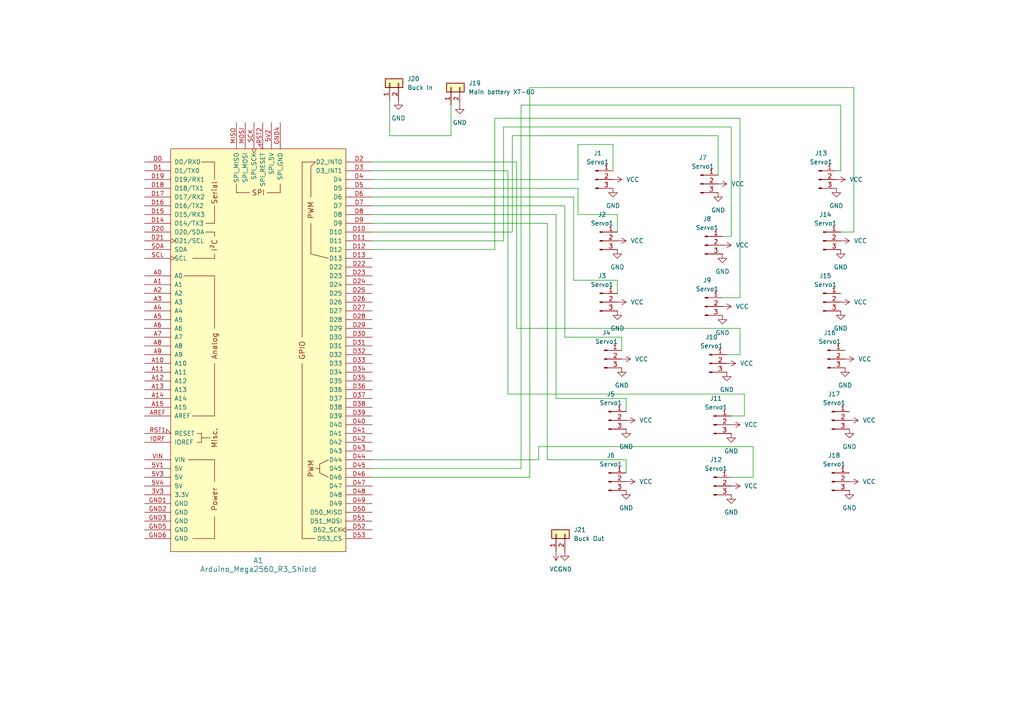
<source format=kicad_sch>
(kicad_sch (version 20230121) (generator eeschema)
  (paper "A4")
  (lib_symbols
    (symbol "Connector:Conn_01x03_Pin" (pin_names (offset 1.016) hide)
      (property "Reference" "J" (at 0 5.08 0))
      (property "Value" "Conn_01x03_Pin" (at 0 -5.08 0))
      (symbol "Conn_01x03_Pin_1_1"
        (polyline (pts (xy 1.27 -2.54) (xy 0.8636 -2.54)) (stroke (width 0.1524)))
        (polyline (pts (xy 1.27 0) (xy 0.8636 0)) (stroke (width 0.1524)))
        (polyline (pts (xy 1.27 2.54) (xy 0.8636 2.54)) (stroke (width 0.1524)))
        (rectangle (start 0.8636 -2.413) (end 0 -2.667) (stroke (width 0.1524)) (fill (type outline)))
        (rectangle (start 0.8636 0.127) (end 0 -0.127) (stroke (width 0.1524)) (fill (type outline)))
        (rectangle (start 0.8636 2.667) (end 0 2.413) (stroke (width 0.1524)) (fill (type outline)))
        (pin passive line (at 5.08 2.54 180) (length 3.81) (name "Pin_1") (number "1"))
        (pin passive line (at 5.08 0 180) (length 3.81) (name "Pin_2") (number "2"))
        (pin passive line (at 5.08 -2.54 180) (length 3.81) (name "Pin_3") (number "3"))
      )
    )
    (symbol "Connector_Generic:Conn_01x02" (pin_names (offset 1.016) hide)
      (property "Reference" "J" (at 0 2.54 0))
      (property "Value" "Conn_01x02" (at 0 -5.08 0))
      (symbol "Conn_01x02_1_1"
        (rectangle (start -1.27 -2.413) (end 0 -2.667) (stroke (width 0.1524)))
        (rectangle (start -1.27 0.127) (end 0 -0.127) (stroke (width 0.1524)))
        (rectangle (start -1.27 1.27) (end 1.27 -3.81) (stroke (width 0.254)) (fill (type background)))
        (pin passive line (at -5.08 0 0) (length 3.81) (name "Pin_1") (number "1"))
        (pin passive line (at -5.08 -2.54 0) (length 3.81) (name "Pin_2") (number "2"))
      )
    )
    (symbol "PCM_arduino-library:Arduino_Mega2560_R3_Shield" (pin_names (offset 1.016))
      (property "Reference" "A" (at 0 -62.23 0))
      (property "Value" "Arduino_Mega2560_R3_Shield" (at 0 -66.04 0))
      (symbol "Arduino_Mega2560_R3_Shield_0_0"
        (rectangle (start -25.4 -58.42) (end 25.4 58.42) (fill (type background)))
        (rectangle (start -20.32 -31.75) (end -12.7 -31.75))
        (rectangle (start -19.05 -54.61) (end -12.7 -54.61))
        (rectangle (start -19.05 -19.05) (end -12.7 -19.05))
        (rectangle (start -19.05 26.67) (end -12.7 26.67))
        (rectangle (start -17.78 -26.67) (end -16.51 -26.67))
        (rectangle (start -17.78 -24.13) (end -16.51 -24.13))
        (rectangle (start -16.51 -25.4) (end -13.97 -25.4))
        (rectangle (start -16.51 -24.13) (end -16.51 -26.67))
        (rectangle (start -16.51 54.61) (end -12.7 54.61))
        (rectangle (start -15.24 34.29) (end -12.7 34.29))
        (rectangle (start -15.24 36.83) (end -12.7 36.83))
        (rectangle (start -12.7 -54.61) (end -12.7 -48.26))
        (rectangle (start -12.7 -31.75) (end -12.7 -38.1))
        (rectangle (start -12.7 26.67) (end -12.7 27.94))
        (rectangle (start -12.7 34.29) (end -12.7 33.02))
        (rectangle (start -12.7 41.91) (end -12.7 36.83))
        (rectangle (start -12.7 49.53) (end -12.7 54.61))
        (rectangle (start -6.35 48.26) (end -6.35 45.72))
        (rectangle (start -2.54 45.72) (end -6.35 45.72))
        (polyline (pts (xy -21.59 21.59) (xy -12.7 21.59)))
        (polyline (pts (xy -12.7 -19.05) (xy -12.7 -3.81)))
        (polyline (pts (xy -12.7 6.35) (xy -12.7 21.59)))
        (polyline (pts (xy 12.7 -54.61) (xy 16.51 -54.61)))
        (polyline (pts (xy 12.7 54.61) (xy 16.51 54.61)))
        (polyline (pts (xy 17.78 -34.29) (xy 16.51 -34.29)))
        (polyline (pts (xy 15.24 36.83) (xy 15.24 27.94) (xy 20.32 26.67)))
        (polyline (pts (xy 15.24 44.45) (xy 15.24 53.34) (xy 16.51 54.61)))
        (polyline (pts (xy 20.32 -31.75) (xy 17.78 -33.02) (xy 17.78 -35.56) (xy 20.32 -36.83)))
        (rectangle (start 6.35 45.72) (end 2.54 45.72))
        (rectangle (start 6.35 48.26) (end 6.35 45.72))
        (text "Analog" (at -12.7 1.27 900) (effects (font (size 1.524 1.524))))
        (text "I²C" (at -12.7 30.48 900) (effects (font (size 1.524 1.524))))
        (text "Misc." (at -12.7 -25.4 900) (effects (font (size 1.524 1.524))))
        (text "Power" (at -12.7 -43.18 900) (effects (font (size 1.524 1.524))))
        (text "PWM" (at 15.24 -34.29 900) (effects (font (size 1.524 1.524))))
        (text "PWM" (at 15.24 40.64 900) (effects (font (size 1.524 1.524))))
        (text "Serial" (at -12.7 45.72 900) (effects (font (size 1.524 1.524))))
        (text "SPI" (at 0 45.72 0) (effects (font (size 1.524 1.524))))
      )
      (symbol "Arduino_Mega2560_R3_Shield_1_0"
        (rectangle (start 12.7 -54.61) (end 12.7 -3.81))
        (rectangle (start 12.7 54.61) (end 12.7 3.81))
        (text "GPIO" (at 12.7 0 900) (effects (font (size 1.524 1.524))))
      )
      (symbol "Arduino_Mega2560_R3_Shield_1_1"
        (pin power_out line (at -33.02 -41.91 0) (length 7.62) (name "3.3V") (number "3V3"))
        (pin power_in line (at -33.02 -34.29 0) (length 7.62) (name "5V") (number "5V1"))
        (pin power_in line (at 3.81 66.04 270) (length 7.62) (name "SPI_5V") (number "5V2"))
        (pin power_in line (at -33.02 -36.83 0) (length 7.62) (name "5V") (number "5V3"))
        (pin power_in line (at -33.02 -39.37 0) (length 7.62) (name "5V") (number "5V4"))
        (pin bidirectional line (at -33.02 21.59 0) (length 7.62) (name "A0") (number "A0"))
        (pin bidirectional line (at -33.02 19.05 0) (length 7.62) (name "A1") (number "A1"))
        (pin bidirectional line (at -33.02 -3.81 0) (length 7.62) (name "A10") (number "A10"))
        (pin bidirectional line (at -33.02 -6.35 0) (length 7.62) (name "A11") (number "A11"))
        (pin bidirectional line (at -33.02 -8.89 0) (length 7.62) (name "A12") (number "A12"))
        (pin bidirectional line (at -33.02 -11.43 0) (length 7.62) (name "A13") (number "A13"))
        (pin bidirectional line (at -33.02 -13.97 0) (length 7.62) (name "A14") (number "A14"))
        (pin bidirectional line (at -33.02 -16.51 0) (length 7.62) (name "A15") (number "A15"))
        (pin bidirectional line (at -33.02 16.51 0) (length 7.62) (name "A2") (number "A2"))
        (pin bidirectional line (at -33.02 13.97 0) (length 7.62) (name "A3") (number "A3"))
        (pin bidirectional line (at -33.02 11.43 0) (length 7.62) (name "A4") (number "A4"))
        (pin bidirectional line (at -33.02 8.89 0) (length 7.62) (name "A5") (number "A5"))
        (pin bidirectional line (at -33.02 6.35 0) (length 7.62) (name "A6") (number "A6"))
        (pin bidirectional line (at -33.02 3.81 0) (length 7.62) (name "A7") (number "A7"))
        (pin bidirectional line (at -33.02 1.27 0) (length 7.62) (name "A8") (number "A8"))
        (pin bidirectional line (at -33.02 -1.27 0) (length 7.62) (name "A9") (number "A9"))
        (pin input line (at -33.02 -19.05 0) (length 7.62) (name "AREF") (number "AREF"))
        (pin bidirectional line (at -33.02 54.61 0) (length 7.62) (name "D0/RX0") (number "D0"))
        (pin bidirectional line (at -33.02 52.07 0) (length 7.62) (name "D1/TX0") (number "D1"))
        (pin bidirectional line (at 33.02 34.29 180) (length 7.62) (name "D10") (number "D10"))
        (pin bidirectional line (at 33.02 31.75 180) (length 7.62) (name "D11") (number "D11"))
        (pin bidirectional line (at 33.02 29.21 180) (length 7.62) (name "D12") (number "D12"))
        (pin bidirectional line (at 33.02 26.67 180) (length 7.62) (name "D13") (number "D13"))
        (pin bidirectional line (at -33.02 36.83 0) (length 7.62) (name "D14/TX3") (number "D14"))
        (pin bidirectional line (at -33.02 39.37 0) (length 7.62) (name "D15/RX3") (number "D15"))
        (pin bidirectional line (at -33.02 41.91 0) (length 7.62) (name "D16/TX2") (number "D16"))
        (pin bidirectional line (at -33.02 44.45 0) (length 7.62) (name "D17/RX2") (number "D17"))
        (pin bidirectional line (at -33.02 46.99 0) (length 7.62) (name "D18/TX1") (number "D18"))
        (pin bidirectional line (at -33.02 49.53 0) (length 7.62) (name "D19/RX1") (number "D19"))
        (pin bidirectional line (at 33.02 54.61 180) (length 7.62) (name "D2_INT0") (number "D2"))
        (pin bidirectional line (at -33.02 34.29 0) (length 7.62) (name "D20/SDA") (number "D20"))
        (pin bidirectional clock (at -33.02 31.75 0) (length 7.62) (name "D21/SCL") (number "D21"))
        (pin bidirectional line (at 33.02 24.13 180) (length 7.62) (name "D22") (number "D22"))
        (pin bidirectional line (at 33.02 21.59 180) (length 7.62) (name "D23") (number "D23"))
        (pin bidirectional line (at 33.02 19.05 180) (length 7.62) (name "D24") (number "D24"))
        (pin bidirectional line (at 33.02 16.51 180) (length 7.62) (name "D25") (number "D25"))
        (pin bidirectional line (at 33.02 13.97 180) (length 7.62) (name "D26") (number "D26"))
        (pin bidirectional line (at 33.02 11.43 180) (length 7.62) (name "D27") (number "D27"))
        (pin bidirectional line (at 33.02 8.89 180) (length 7.62) (name "D28") (number "D28"))
        (pin bidirectional line (at 33.02 6.35 180) (length 7.62) (name "D29") (number "D29"))
        (pin bidirectional line (at 33.02 52.07 180) (length 7.62) (name "D3_INT1") (number "D3"))
        (pin bidirectional line (at 33.02 3.81 180) (length 7.62) (name "D30") (number "D30"))
        (pin bidirectional line (at 33.02 1.27 180) (length 7.62) (name "D31") (number "D31"))
        (pin bidirectional line (at 33.02 -1.27 180) (length 7.62) (name "D32") (number "D32"))
        (pin bidirectional line (at 33.02 -3.81 180) (length 7.62) (name "D33") (number "D33"))
        (pin bidirectional line (at 33.02 -6.35 180) (length 7.62) (name "D34") (number "D34"))
        (pin bidirectional line (at 33.02 -8.89 180) (length 7.62) (name "D35") (number "D35"))
        (pin bidirectional line (at 33.02 -11.43 180) (length 7.62) (name "D36") (number "D36"))
        (pin bidirectional line (at 33.02 -13.97 180) (length 7.62) (name "D37") (number "D37"))
        (pin bidirectional line (at 33.02 -16.51 180) (length 7.62) (name "D38") (number "D38"))
        (pin bidirectional line (at 33.02 -19.05 180) (length 7.62) (name "D39") (number "D39"))
        (pin bidirectional line (at 33.02 49.53 180) (length 7.62) (name "D4") (number "D4"))
        (pin bidirectional line (at 33.02 -21.59 180) (length 7.62) (name "D40") (number "D40"))
        (pin bidirectional line (at 33.02 -24.13 180) (length 7.62) (name "D41") (number "D41"))
        (pin bidirectional line (at 33.02 -26.67 180) (length 7.62) (name "D42") (number "D42"))
        (pin bidirectional line (at 33.02 -29.21 180) (length 7.62) (name "D43") (number "D43"))
        (pin bidirectional line (at 33.02 -31.75 180) (length 7.62) (name "D44") (number "D44"))
        (pin bidirectional line (at 33.02 -34.29 180) (length 7.62) (name "D45") (number "D45"))
        (pin bidirectional line (at 33.02 -36.83 180) (length 7.62) (name "D46") (number "D46"))
        (pin bidirectional line (at 33.02 -39.37 180) (length 7.62) (name "D47") (number "D47"))
        (pin bidirectional line (at 33.02 -41.91 180) (length 7.62) (name "D48") (number "D48"))
        (pin bidirectional line (at 33.02 -44.45 180) (length 7.62) (name "D49") (number "D49"))
        (pin bidirectional line (at 33.02 46.99 180) (length 7.62) (name "D5") (number "D5"))
        (pin bidirectional line (at 33.02 -46.99 180) (length 7.62) (name "D50_MISO") (number "D50"))
        (pin bidirectional line (at 33.02 -49.53 180) (length 7.62) (name "D51_MOSI") (number "D51"))
        (pin bidirectional clock (at 33.02 -52.07 180) (length 7.62) (name "D52_SCK") (number "D52"))
        (pin bidirectional line (at 33.02 -54.61 180) (length 7.62) (name "D53_CS") (number "D53"))
        (pin bidirectional line (at 33.02 44.45 180) (length 7.62) (name "D6") (number "D6"))
        (pin bidirectional line (at 33.02 41.91 180) (length 7.62) (name "D7") (number "D7"))
        (pin bidirectional line (at 33.02 39.37 180) (length 7.62) (name "D8") (number "D8"))
        (pin bidirectional line (at 33.02 36.83 180) (length 7.62) (name "D9") (number "D9"))
        (pin power_in line (at -33.02 -44.45 0) (length 7.62) (name "GND") (number "GND1"))
        (pin power_in line (at -33.02 -46.99 0) (length 7.62) (name "GND") (number "GND2"))
        (pin power_in line (at -33.02 -49.53 0) (length 7.62) (name "GND") (number "GND3"))
        (pin power_in line (at 6.35 66.04 270) (length 7.62) (name "SPI_GND") (number "GND4"))
        (pin power_in line (at -33.02 -52.07 0) (length 7.62) (name "GND") (number "GND5"))
        (pin power_in line (at -33.02 -54.61 0) (length 7.62) (name "GND") (number "GND6"))
        (pin output line (at -33.02 -26.67 0) (length 7.62) (name "IOREF") (number "IORF"))
        (pin input line (at -6.35 66.04 270) (length 7.62) (name "SPI_MISO") (number "MISO"))
        (pin output line (at -3.81 66.04 270) (length 7.62) (name "SPI_MOSI") (number "MOSI"))
        (pin open_collector input_low (at -33.02 -24.13 0) (length 7.62) (name "RESET") (number "RST1"))
        (pin open_collector input_low (at 1.27 66.04 270) (length 7.62) (name "SPI_RESET") (number "RST2"))
        (pin output clock (at -1.27 66.04 270) (length 7.62) (name "SPI_SCK") (number "SCK"))
        (pin bidirectional clock (at -33.02 26.67 0) (length 7.62) (name "SCL") (number "SCL"))
        (pin bidirectional line (at -33.02 29.21 0) (length 7.62) (name "SDA") (number "SDA"))
        (pin power_in line (at -33.02 -31.75 0) (length 7.62) (name "VIN") (number "VIN"))
      )
    )
    (symbol "power:GND" (power) (pin_names (offset 0))
      (property "Value" "GND" (at 0 -3.81 0))
      (symbol "GND_0_1"
        (polyline (pts (xy 0 0) (xy 0 -1.27) (xy 1.27 -1.27) (xy 0 -2.54) (xy -1.27 -1.27) (xy 0 -1.27)))
      )
      (symbol "GND_1_1"
        (pin power_in line (at 0 0 270) (length 0) hide (name "GND") (number "1"))
      )
    )
    (symbol "power:VCC" (power) (pin_names (offset 0))
      (property "Value" "VCC" (at 0 3.81 0))
      (symbol "VCC_0_1"
        (polyline (pts (xy -0.762 1.27) (xy 0 2.54)))
        (polyline (pts (xy 0 0) (xy 0 2.54)))
        (polyline (pts (xy 0 2.54) (xy 0.762 1.27)))
      )
      (symbol "VCC_1_1"
        (pin power_in line (at 0 0 90) (length 0) hide (name "VCC") (number "1"))
      )
    )
  )
  (wire (pts (xy 166.37 81.28) (xy 179.07 81.28)))
  (wire (pts (xy 214.63 86.36) (xy 209.55 86.36)))
  (wire (pts (xy 146.05 69.85) (xy 146.05 36.83)))
  (wire (pts (xy 153.67 25.4) (xy 247.65 25.4)))
  (wire (pts (xy 158.75 64.77) (xy 158.75 133.35)))
  (wire (pts (xy 107.95 138.43) (xy 153.67 138.43)))
  (wire (pts (xy 113.03 29.21) (xy 113.03 39.37)))
  (wire (pts (xy 151.13 135.89) (xy 151.13 30.48)))
  (wire (pts (xy 167.64 52.07) (xy 167.64 41.91)))
  (wire (pts (xy 161.29 62.23) (xy 161.29 115.57)))
  (wire (pts (xy 218.44 138.43) (xy 212.09 138.43)))
  (wire (pts (xy 107.95 69.85) (xy 146.05 69.85)))
  (wire (pts (xy 208.28 39.37) (xy 208.28 50.8)))
  (wire (pts (xy 215.9 114.3) (xy 147.32 114.3)))
  (wire (pts (xy 163.83 97.79) (xy 180.34 97.79)))
  (wire (pts (xy 177.8 41.91) (xy 177.8 49.53)))
  (wire (pts (xy 153.67 138.43) (xy 153.67 25.4)))
  (wire (pts (xy 212.09 120.65) (xy 215.9 120.65)))
  (wire (pts (xy 181.61 133.35) (xy 181.61 137.16)))
  (wire (pts (xy 212.09 36.83) (xy 212.09 68.58)))
  (wire (pts (xy 107.95 67.31) (xy 148.59 67.31)))
  (wire (pts (xy 107.95 64.77) (xy 158.75 64.77)))
  (wire (pts (xy 215.9 120.65) (xy 215.9 114.3)))
  (wire (pts (xy 167.64 62.23) (xy 179.07 62.23)))
  (wire (pts (xy 107.95 54.61) (xy 167.64 54.61)))
  (wire (pts (xy 167.64 54.61) (xy 167.64 62.23)))
  (wire (pts (xy 107.95 133.35) (xy 156.21 133.35)))
  (wire (pts (xy 143.51 72.39) (xy 143.51 34.29)))
  (wire (pts (xy 212.09 68.58) (xy 209.55 68.58)))
  (wire (pts (xy 179.07 81.28) (xy 179.07 85.09)))
  (wire (pts (xy 163.83 59.69) (xy 163.83 97.79)))
  (wire (pts (xy 181.61 115.57) (xy 181.61 119.38)))
  (wire (pts (xy 148.59 39.37) (xy 208.28 39.37)))
  (wire (pts (xy 179.07 62.23) (xy 179.07 67.31)))
  (wire (pts (xy 149.86 46.99) (xy 149.86 95.25)))
  (wire (pts (xy 107.95 62.23) (xy 161.29 62.23)))
  (wire (pts (xy 146.05 36.83) (xy 212.09 36.83)))
  (wire (pts (xy 167.64 41.91) (xy 177.8 41.91)))
  (wire (pts (xy 180.34 97.79) (xy 180.34 101.6)))
  (wire (pts (xy 161.29 115.57) (xy 181.61 115.57)))
  (wire (pts (xy 107.95 72.39) (xy 143.51 72.39)))
  (wire (pts (xy 247.65 25.4) (xy 247.65 67.31)))
  (wire (pts (xy 243.84 30.48) (xy 243.84 49.53)))
  (wire (pts (xy 214.63 95.25) (xy 214.63 102.87)))
  (wire (pts (xy 107.95 135.89) (xy 151.13 135.89)))
  (wire (pts (xy 158.75 133.35) (xy 181.61 133.35)))
  (wire (pts (xy 107.95 59.69) (xy 163.83 59.69)))
  (wire (pts (xy 147.32 49.53) (xy 107.95 49.53)))
  (wire (pts (xy 107.95 52.07) (xy 167.64 52.07)))
  (wire (pts (xy 148.59 67.31) (xy 148.59 39.37)))
  (wire (pts (xy 130.81 39.37) (xy 130.81 30.48)))
  (wire (pts (xy 151.13 30.48) (xy 243.84 30.48)))
  (wire (pts (xy 149.86 95.25) (xy 214.63 95.25)))
  (wire (pts (xy 156.21 129.54) (xy 218.44 129.54)))
  (wire (pts (xy 218.44 129.54) (xy 218.44 138.43)))
  (wire (pts (xy 107.95 57.15) (xy 166.37 57.15)))
  (wire (pts (xy 247.65 67.31) (xy 243.84 67.31)))
  (wire (pts (xy 166.37 57.15) (xy 166.37 81.28)))
  (wire (pts (xy 243.84 49.53) (xy 242.57 49.53)))
  (wire (pts (xy 214.63 34.29) (xy 214.63 86.36)))
  (wire (pts (xy 113.03 39.37) (xy 130.81 39.37)))
  (wire (pts (xy 156.21 133.35) (xy 156.21 129.54)))
  (wire (pts (xy 214.63 102.87) (xy 210.82 102.87)))
  (wire (pts (xy 147.32 114.3) (xy 147.32 49.53)))
  (wire (pts (xy 107.95 46.99) (xy 149.86 46.99)))
  (wire (pts (xy 143.51 34.29) (xy 214.63 34.29)))
  (symbol (lib_id "Connector:Conn_01x03_Pin") (at 176.53 121.92 0) (unit 1)
    (property "Reference" "J5" (at 177.165 114.3 0))
    (property "Value" "Servo1" (at 177.165 116.84 0))
    (property "Footprint" "Connector:FanPinHeader_1x03_P2.54mm_Vertical" (effects hide))
  )
  (symbol (lib_id "power:VCC") (at 246.38 121.92 270) (unit 1)
    (property "Reference" "#PWR033" (effects hide))
    (property "Value" "VCC" (at 250.19 121.92 90) (effects (justify left)))
  )
  (symbol (lib_id "power:GND") (at 208.28 55.88 0) (unit 1)
    (property "Reference" "#PWR014" (effects hide))
    (property "Value" "GND" (at 208.28 60.96 0))
  )
  (symbol (lib_id "power:GND") (at 180.34 106.68 0) (unit 1)
    (property "Reference" "#PWR08" (effects hide))
    (property "Value" "GND" (at 180.34 111.76 0))
  )
  (symbol (lib_id "Connector:Conn_01x03_Pin") (at 172.72 52.07 0) (unit 1)
    (property "Reference" "J1" (at 173.355 44.45 0))
    (property "Value" "Servo1" (at 173.355 46.99 0))
    (property "Footprint" "Connector:FanPinHeader_1x03_P2.54mm_Vertical" (effects hide))
  )
  (symbol (lib_id "power:GND") (at 212.09 143.51 0) (unit 1)
    (property "Reference" "#PWR024" (effects hide))
    (property "Value" "GND" (at 212.09 148.59 0))
  )
  (symbol (lib_id "power:VCC") (at 209.55 88.9 270) (unit 1)
    (property "Reference" "#PWR017" (effects hide))
    (property "Value" "VCC" (at 213.36 88.9 90) (effects (justify left)))
  )
  (symbol (lib_id "power:VCC") (at 208.28 53.34 270) (unit 1)
    (property "Reference" "#PWR013" (effects hide))
    (property "Value" "VCC" (at 212.09 53.34 90) (effects (justify left)))
  )
  (symbol (lib_id "power:VCC") (at 209.55 71.12 270) (unit 1)
    (property "Reference" "#PWR015" (effects hide))
    (property "Value" "VCC" (at 213.36 71.12 90) (effects (justify left)))
  )
  (symbol (lib_id "Connector:Conn_01x03_Pin") (at 176.53 139.7 0) (unit 1)
    (property "Reference" "J6" (at 177.165 132.08 0))
    (property "Value" "Servo1" (at 177.165 134.62 0))
    (property "Footprint" "Connector:FanPinHeader_1x03_P2.54mm_Vertical" (effects hide))
  )
  (symbol (lib_id "power:GND") (at 210.82 107.95 0) (unit 1)
    (property "Reference" "#PWR020" (effects hide))
    (property "Value" "GND" (at 210.82 113.03 0))
  )
  (symbol (lib_id "Connector:Conn_01x03_Pin") (at 238.76 69.85 0) (unit 1)
    (property "Reference" "J14" (at 239.395 62.23 0))
    (property "Value" "Servo1" (at 239.395 64.77 0))
    (property "Footprint" "Connector:FanPinHeader_1x03_P2.54mm_Vertical" (effects hide))
  )
  (symbol (lib_id "Connector:Conn_01x03_Pin") (at 238.76 87.63 0) (unit 1)
    (property "Reference" "J15" (at 239.395 80.01 0))
    (property "Value" "Servo1" (at 239.395 82.55 0))
    (property "Footprint" "Connector:FanPinHeader_1x03_P2.54mm_Vertical" (effects hide))
  )
  (symbol (lib_id "power:VCC") (at 177.8 52.07 270) (unit 1)
    (property "Reference" "#PWR02" (effects hide))
    (property "Value" "VCC" (at 181.61 52.07 90) (effects (justify left)))
  )
  (symbol (lib_id "power:GND") (at 246.38 124.46 0) (unit 1)
    (property "Reference" "#PWR034" (effects hide))
    (property "Value" "GND" (at 246.38 129.54 0))
  )
  (symbol (lib_id "power:GND") (at 209.55 91.44 0) (unit 1)
    (property "Reference" "#PWR018" (effects hide))
    (property "Value" "GND" (at 209.55 96.52 0))
  )
  (symbol (lib_id "Connector:Conn_01x03_Pin") (at 207.01 140.97 0) (unit 1)
    (property "Reference" "J12" (at 207.645 133.35 0))
    (property "Value" "Servo1" (at 207.645 135.89 0))
    (property "Footprint" "Connector:FanPinHeader_1x03_P2.54mm_Vertical" (effects hide))
  )
  (symbol (lib_id "Connector:Conn_01x03_Pin") (at 204.47 88.9 0) (unit 1)
    (property "Reference" "J9" (at 205.105 81.28 0))
    (property "Value" "Servo1" (at 205.105 83.82 0))
    (property "Footprint" "Connector:FanPinHeader_1x03_P2.54mm_Vertical" (effects hide))
  )
  (symbol (lib_id "Connector_Generic:Conn_01x02") (at 113.03 24.13 90) (unit 1)
    (property "Reference" "J20" (at 118.11 22.86 90) (effects (justify right)))
    (property "Value" "Buck In" (at 118.11 25.4 90) (effects (justify right)))
    (property "Footprint" "Connector_AMASS:AMASS_XT60-F_1x02_P7.20mm_Vertical" (effects hide))
  )
  (symbol (lib_id "Connector:Conn_01x03_Pin") (at 207.01 123.19 0) (unit 1)
    (property "Reference" "J11" (at 207.645 115.57 0))
    (property "Value" "Servo1" (at 207.645 118.11 0))
    (property "Footprint" "Connector:FanPinHeader_1x03_P2.54mm_Vertical" (effects hide))
  )
  (symbol (lib_id "power:VCC") (at 243.84 87.63 270) (unit 1)
    (property "Reference" "#PWR029" (effects hide))
    (property "Value" "VCC" (at 247.65 87.63 90) (effects (justify left)))
  )
  (symbol (lib_id "power:VCC") (at 243.84 69.85 270) (unit 1)
    (property "Reference" "#PWR027" (effects hide))
    (property "Value" "VCC" (at 247.65 69.85 90) (effects (justify left)))
  )
  (symbol (lib_id "power:GND") (at 179.07 90.17 0) (unit 1)
    (property "Reference" "#PWR06" (effects hide))
    (property "Value" "GND" (at 179.07 95.25 0))
  )
  (symbol (lib_id "power:GND") (at 209.55 73.66 0) (unit 1)
    (property "Reference" "#PWR016" (effects hide))
    (property "Value" "GND" (at 209.55 78.74 0))
  )
  (symbol (lib_id "power:VCC") (at 161.29 160.02 180) (unit 1)
    (property "Reference" "#PWR040" (effects hide))
    (property "Value" "VCC" (at 161.29 165.1 0))
  )
  (symbol (lib_id "Connector:Conn_01x03_Pin") (at 240.03 104.14 0) (unit 1)
    (property "Reference" "J16" (at 240.665 96.52 0))
    (property "Value" "Servo1" (at 240.665 99.06 0))
    (property "Footprint" "Connector:FanPinHeader_1x03_P2.54mm_Vertical" (effects hide))
  )
  (symbol (lib_id "Connector:Conn_01x03_Pin") (at 173.99 87.63 0) (unit 1)
    (property "Reference" "J3" (at 174.625 80.01 0))
    (property "Value" "Servo1" (at 174.625 82.55 0))
    (property "Footprint" "Connector:FanPinHeader_1x03_P2.54mm_Vertical" (effects hide))
  )
  (symbol (lib_id "power:VCC") (at 242.57 52.07 270) (unit 1)
    (property "Reference" "#PWR025" (effects hide))
    (property "Value" "VCC" (at 246.38 52.07 90) (effects (justify left)))
  )
  (symbol (lib_id "Connector:Conn_01x03_Pin") (at 241.3 139.7 0) (unit 1)
    (property "Reference" "J18" (at 241.935 132.08 0))
    (property "Value" "Servo1" (at 241.935 134.62 0))
    (property "Footprint" "Connector:FanPinHeader_1x03_P2.54mm_Vertical" (effects hide))
  )
  (symbol (lib_id "power:VCC") (at 180.34 104.14 270) (unit 1)
    (property "Reference" "#PWR07" (effects hide))
    (property "Value" "VCC" (at 184.15 104.14 90) (effects (justify left)))
  )
  (symbol (lib_id "power:VCC") (at 179.07 69.85 270) (unit 1)
    (property "Reference" "#PWR03" (effects hide))
    (property "Value" "VCC" (at 182.88 69.85 90) (effects (justify left)))
  )
  (symbol (lib_id "power:VCC") (at 181.61 139.7 270) (unit 1)
    (property "Reference" "#PWR011" (effects hide))
    (property "Value" "VCC" (at 185.42 139.7 90) (effects (justify left)))
  )
  (symbol (lib_id "power:GND") (at 212.09 125.73 0) (unit 1)
    (property "Reference" "#PWR022" (effects hide))
    (property "Value" "GND" (at 212.09 130.81 0))
  )
  (symbol (lib_id "power:GND") (at 181.61 124.46 0) (unit 1)
    (property "Reference" "#PWR010" (effects hide))
    (property "Value" "GND" (at 181.61 129.54 0))
  )
  (symbol (lib_id "power:GND") (at 242.57 54.61 0) (unit 1)
    (property "Reference" "#PWR026" (effects hide))
    (property "Value" "GND" (at 242.57 59.69 0))
  )
  (symbol (lib_id "power:VCC") (at 179.07 87.63 270) (unit 1)
    (property "Reference" "#PWR05" (effects hide))
    (property "Value" "VCC" (at 182.88 87.63 90) (effects (justify left)))
  )
  (symbol (lib_id "power:GND") (at 245.11 106.68 0) (unit 1)
    (property "Reference" "#PWR032" (effects hide))
    (property "Value" "GND" (at 245.11 111.76 0))
  )
  (symbol (lib_id "Connector:Conn_01x03_Pin") (at 204.47 71.12 0) (unit 1)
    (property "Reference" "J8" (at 205.105 63.5 0))
    (property "Value" "Servo1" (at 205.105 66.04 0))
    (property "Footprint" "Connector:FanPinHeader_1x03_P2.54mm_Vertical" (effects hide))
  )
  (symbol (lib_id "Connector:Conn_01x03_Pin") (at 175.26 104.14 0) (unit 1)
    (property "Reference" "J4" (at 175.895 96.52 0))
    (property "Value" "Servo1" (at 175.895 99.06 0))
    (property "Footprint" "Connector:FanPinHeader_1x03_P2.54mm_Vertical" (effects hide))
  )
  (symbol (lib_id "power:VCC") (at 181.61 121.92 270) (unit 1)
    (property "Reference" "#PWR09" (effects hide))
    (property "Value" "VCC" (at 185.42 121.92 90) (effects (justify left)))
  )
  (symbol (lib_id "Connector:Conn_01x03_Pin") (at 203.2 53.34 0) (unit 1)
    (property "Reference" "J7" (at 203.835 45.72 0))
    (property "Value" "Servo1" (at 203.835 48.26 0))
    (property "Footprint" "Connector:FanPinHeader_1x03_P2.54mm_Vertical" (effects hide))
  )
  (symbol (lib_id "power:GND") (at 179.07 72.39 0) (unit 1)
    (property "Reference" "#PWR04" (effects hide))
    (property "Value" "GND" (at 179.07 77.47 0))
  )
  (symbol (lib_id "Connector:Conn_01x03_Pin") (at 205.74 105.41 0) (unit 1)
    (property "Reference" "J10" (at 206.375 97.79 0))
    (property "Value" "Servo1" (at 206.375 100.33 0))
    (property "Footprint" "Connector:FanPinHeader_1x03_P2.54mm_Vertical" (effects hide))
  )
  (symbol (lib_id "Connector:Conn_01x03_Pin") (at 241.3 121.92 0) (unit 1)
    (property "Reference" "J17" (at 241.935 114.3 0))
    (property "Value" "Servo1" (at 241.935 116.84 0))
    (property "Footprint" "Connector:FanPinHeader_1x03_P2.54mm_Vertical" (effects hide))
  )
  (symbol (lib_id "power:GND") (at 133.35 30.48 0) (unit 1)
    (property "Reference" "#PWR037" (effects hide))
    (property "Value" "GND" (at 133.35 35.56 0))
  )
  (symbol (lib_id "power:VCC") (at 210.82 105.41 270) (unit 1)
    (property "Reference" "#PWR019" (effects hide))
    (property "Value" "VCC" (at 214.63 105.41 90) (effects (justify left)))
  )
  (symbol (lib_id "power:GND") (at 115.57 29.21 0) (unit 1)
    (property "Reference" "#PWR038" (effects hide))
    (property "Value" "GND" (at 115.57 34.29 0))
  )
  (symbol (lib_id "Connector_Generic:Conn_01x02") (at 130.81 25.4 90) (unit 1)
    (property "Reference" "J19" (at 135.89 24.13 90) (effects (justify right)))
    (property "Value" "Main battery XT-60" (at 135.89 26.67 90) (effects (justify right)))
    (property "Footprint" "Connector_AMASS:AMASS_XT60-F_1x02_P7.20mm_Vertical" (effects hide))
  )
  (symbol (lib_id "Connector_Generic:Conn_01x02") (at 161.29 154.94 90) (unit 1)
    (property "Reference" "J21" (at 166.37 153.67 90) (effects (justify right)))
    (property "Value" "Buck Out" (at 166.37 156.21 90) (effects (justify right)))
    (property "Footprint" "Connector_AMASS:AMASS_XT60-F_1x02_P7.20mm_Vertical" (effects hide))
  )
  (symbol (lib_id "PCM_arduino-library:Arduino_Mega2560_R3_Shield") (at 74.93 101.6 0) (unit 1)
    (property "Reference" "A1" (at 74.93 162.56 0) (effects (font (size 1.524 1.524))))
    (property "Value" "Arduino_Mega2560_R3_Shield" (at 74.93 165.1 0) (effects (font (size 1.524 1.524))))
    (property "Footprint" "PCM_arduino-library:Arduino_Mega2560_R3_Shield" (effects hide))
    (property "Datasheet" "https://docs.arduino.cc/hardware/mega-2560" (effects hide))
  )
  (symbol (lib_id "power:VCC") (at 245.11 104.14 270) (unit 1)
    (property "Reference" "#PWR031" (effects hide))
    (property "Value" "VCC" (at 248.92 104.14 90) (effects (justify left)))
  )
  (symbol (lib_id "power:VCC") (at 212.09 140.97 270) (unit 1)
    (property "Reference" "#PWR023" (effects hide))
    (property "Value" "VCC" (at 215.9 140.97 90) (effects (justify left)))
  )
  (symbol (lib_id "power:GND") (at 243.84 72.39 0) (unit 1)
    (property "Reference" "#PWR028" (effects hide))
    (property "Value" "GND" (at 243.84 77.47 0))
  )
  (symbol (lib_id "Connector:Conn_01x03_Pin") (at 173.99 69.85 0) (unit 1)
    (property "Reference" "J2" (at 174.625 62.23 0))
    (property "Value" "Servo1" (at 174.625 64.77 0))
    (property "Footprint" "Connector:FanPinHeader_1x03_P2.54mm_Vertical" (effects hide))
  )
  (symbol (lib_id "power:GND") (at 181.61 142.24 0) (unit 1)
    (property "Reference" "#PWR012" (effects hide))
    (property "Value" "GND" (at 181.61 147.32 0))
  )
  (symbol (lib_id "Connector:Conn_01x03_Pin") (at 237.49 52.07 0) (unit 1)
    (property "Reference" "J13" (at 238.125 44.45 0))
    (property "Value" "Servo1" (at 238.125 46.99 0))
    (property "Footprint" "Connector:FanPinHeader_1x03_P2.54mm_Vertical" (effects hide))
  )
  (symbol (lib_id "power:GND") (at 246.38 142.24 0) (unit 1)
    (property "Reference" "#PWR036" (effects hide))
    (property "Value" "GND" (at 246.38 147.32 0))
  )
  (symbol (lib_id "power:VCC") (at 246.38 139.7 270) (unit 1)
    (property "Reference" "#PWR035" (effects hide))
    (property "Value" "VCC" (at 250.19 139.7 90) (effects (justify left)))
  )
  (symbol (lib_id "power:GND") (at 243.84 90.17 0) (unit 1)
    (property "Reference" "#PWR030" (effects hide))
    (property "Value" "GND" (at 243.84 95.25 0))
  )
  (symbol (lib_id "power:GND") (at 177.8 54.61 0) (unit 1)
    (property "Reference" "#PWR01" (effects hide))
    (property "Value" "GND" (at 177.8 59.69 0))
  )
  (symbol (lib_id "power:VCC") (at 212.09 123.19 270) (unit 1)
    (property "Reference" "#PWR021" (effects hide))
    (property "Value" "VCC" (at 215.9 123.19 90) (effects (justify left)))
  )
  (symbol (lib_id "power:GND") (at 163.83 160.02 0) (unit 1)
    (property "Reference" "#PWR039" (effects hide))
    (property "Value" "GND" (at 163.83 165.1 0))
  )
)
</source>
